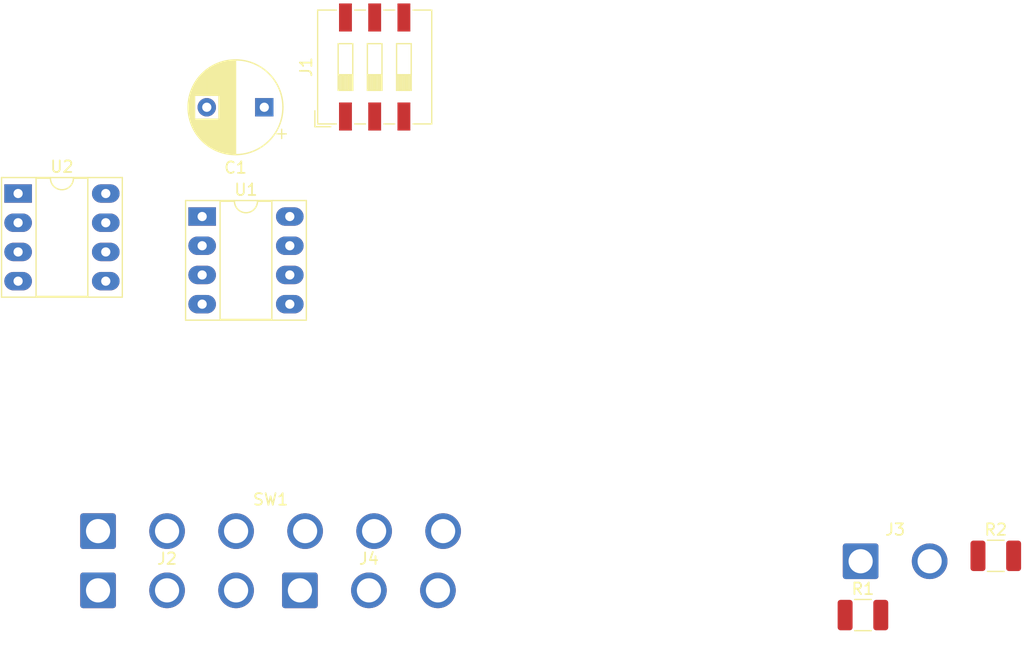
<source format=kicad_pcb>
(kicad_pcb (version 20211014) (generator pcbnew)
  (layers (0 "F.Cu" signal) (31 "B.Cu" signal) (34 "B.Paste" user) (35 "F.Paste" user) (36 "B.SilkS" user "B.Silkscreen") (37 "F.SilkS" user "F.Silkscreen") (38 "B.Mask" user) (39 "F.Mask" user) (44 "Edge.Cuts" user))
  (net 0 "")
  (net 1 "GND")
  (net 2 "+5V")
  (net 3 "/hand_bldc")
  (net 4 "Net-(J2-Pad3)")
  (net 5 "Net-(J3-Pad1)")
  (net 6 "/uart_tx")
  (net 7 "/hall_pulse_5v")
  (net 8 "Net-(SW1-Pad1)")
  (net 10 "/MISO")
  (net 11 "/SCK")
  (net 12 "/RST")
  (net 13 "/MOSI")
  (net 14 "/avr_vcc")
  (footprint "Resistor_SMD:R_1210_3225Metric_Pad1.30x2.65mm_HandSolder" (layer "F.Cu") (at 199.45 166.15)
    (fp_text reference "R1" (at 0 -2.28) (layer "F.SilkS"))
    (fp_text value "4k7")
    (fp_line (start -0.723737 1.355) (end 0.723737 1.355) (layer "F.SilkS") (width 0.12))
    (fp_line (start -0.723737 -1.355) (end 0.723737 -1.355) (layer "F.SilkS") (width 0.12))
    (pad "1" smd roundrect (at -1.55 0) (size 1.3 2.65) (layers "F.Cu" "F.Paste" "F.Mask") (roundrect_rratio 0.192308) (net 12 "/RST"))
    (pad "2" smd roundrect (at 1.55 0) (size 1.3 2.65) (layers "F.Cu" "F.Paste" "F.Mask") (roundrect_rratio 0.192308) (net 14 "/avr_vcc"))
  )
  (footprint "Button_Switch_SMD:SW_DIP_SPSTx03_Slide_9.78x9.8mm_W8.61mm_P2.54mm" (layer "F.Cu") (at 157 118.5 90)
    (fp_text reference "J1" (at 0 -5.96 90) (layer "F.SilkS"))
    (fp_text value "AVR-ISP-6")
    (fp_line (start -4.95 -4.96) (end -4.95 -3.34) (layer "F.SilkS") (width 0.12))
    (fp_line (start -2.03 -0.395) (end -0.676667 -0.395) (layer "F.SilkS") (width 0.12))
    (fp_line (start -2.03 -0.635) (end -2.03 0.635) (layer "F.SilkS") (width 0.12))
    (fp_line (start 2.03 0.635) (end 2.03 -0.635) (layer "F.SilkS") (width 0.12))
    (fp_line (start -2.03 2.385) (end -0.676667 2.385) (layer "F.SilkS") (width 0.12))
    (fp_line (start 2.03 -1.905) (end 2.03 -3.175) (layer "F.SilkS") (width 0.12))
    (fp_line (start 2.03 3.175) (end 2.03 1.905) (layer "F.SilkS") (width 0.12))
    (fp_line (start -2.03 -3.175) (end -2.03 -1.905) (layer "F.SilkS") (width 0.12))
    (fp_line (start -5.19 -5.2) (end -3.806 -5.2) (layer "F.SilkS") (width 0.12))
    (fp_line (start -2.03 2.145) (end -0.676667 2.145) (layer "F.SilkS") (width 0.12))
    (fp_line (start 4.95 3.34) (end 4.95 4.96) (layer "F.SilkS") (width 0.12))
    (fp_line (start -2.03 -2.815) (end -0.676667 -2.815) (layer "F.SilkS") (width 0.12))
    (fp_line (start -2.03 -2.095) (end -0.676667 -2.095) (layer "F.SilkS") (width 0.12))
    (fp_line (start -2.03 -0.035) (end -0.676667 -0.035) (layer "F.SilkS") (width 0.12))
    (fp_line (start -2.03 -2.935) (end -0.676667 -2.935) (layer "F.SilkS") (width 0.12))
    (fp_line (start -2.03 0.445) (end -0.676667 0.445) (layer "F.SilkS") (width 0.12))
    (fp_line (start -2.03 -2.335) (end -0.676667 -2.335) (layer "F.SilkS") (width 0.12))
    (fp_line (start -2.03 -2.575) (end -0.676667 -2.575) (layer "F.SilkS") (width 0.12))
    (fp_line (start -2.03 2.865) (end -0.676667 2.865) (layer "F.SilkS") (width 0.12))
    (fp_line (start -2.03 2.025) (end -0.676667 2.025) (layer "F.SilkS") (width 0.12))
    (fp_line (start -0.676667 1.905) (end -0.676667 3.175) (layer "F.SilkS") (width 0.12))
    (fp_line (start -2.03 0.325) (end -0.676667 0.325) (layer "F.SilkS") (width 0.12))
    (fp_line (start -2.03 -2.455) (end -0.676667 -2.455) (layer "F.SilkS") (width 0.12))
    (fp_line (start -4.95 -1.74) (end -4.95 -0.8) (layer "F.SilkS") (width 0.12))
    (fp_line (start -2.03 2.265) (end -0.676667 2.265) (layer "F.SilkS") (width 0.12))
    (fp_line (start -4.95 4.96) (end 4.95 4.96) (layer "F.SilkS") (width 0.12))
    (fp_line (start -4.95 0.8) (end -4.95 1.74) (layer "F.SilkS") (width 0.12))
    (fp_line (start -2.03 2.745) (end -0.676667 2.745) (layer "F.SilkS") (width 0.12))
    (fp_line (start -0.676667 -0.635) (end -0.676667 0.635) (layer "F.SilkS") (width 0.12))
    (fp_line (start -2.03 -0.155) (end -0.676667 -0.155) (layer "F.SilkS") (width 0.12))
    (fp_line (start 2.03 -3.175) (end -2.03 -3.175) (layer "F.SilkS") (width 0.12))
    (fp_line (start -5.19 -5.2) (end -5.19 -3.817) (layer "F.SilkS") (width 0.12))
    (fp_line (start -0.676667 -3.175) (end -0.676667 -1.905) (layer "F.SilkS") (width 0.12))
    (fp_line (start -2.03 0.565) (end -0.676667 0.565) (layer "F.SilkS") (width 0.12))
    (fp_line (start 4.95 -4.96) (end 4.95 -3.34) (layer "F.SilkS") (width 0.12))
    (fp_line (start -2.03 0.085) (end -0.676667 0.085) (layer "F.SilkS") (width 0.12))
    (fp_line (start -2.03 -3.055) (end -0.676667 -3.055) (layer "F.SilkS") (width 0.12))
    (fp_line (start 4.95 -1.74) (end 4.95 -0.8) (layer "F.SilkS") (width 0.12))
    (fp_line (start -2.03 -1.975) (end -0.676667 -1.975) (layer "F.SilkS") (width 0.12))
    (fp_line (start -2.03 -0.515) (end -0.676667 -0.515) (layer "F.SilkS") (width 0.12))
    (fp_line (start -4.95 3.34) (end -4.95 4.96) (layer "F.SilkS") (width 0.12))
    (fp_line (start -4.95 -4.96) (end 4.95 -4.96) (layer "F.SilkS") (width 0.12))
    (fp_line (start -2.03 0.205) (end -0.676667 0.205) (layer "F.SilkS") (width 0.12))
    (fp_line (start -2.03 1.905) (end -2.03 3.175) (layer "F.SilkS") (width 0.12))
    (fp_line (start -2.03 -2.695) (end -0.676667 -2.695) (layer "F.SilkS") (width 0.12))
    (fp_line (start -2.03 2.505) (end -0.676667 2.505) (layer "F.SilkS") (width 0.12))
    (fp_line (start -2.03 3.175) (end 2.03 3.175) (layer "F.SilkS") (width 0.12))
    (fp_line (start 4.95 0.8) (end 4.95 1.74) (layer "F.SilkS") (width 0.12))
    (fp_line (start -2.03 -2.215) (end -0.676667 -2.215) (layer "F.SilkS") (width 0.12))
    (fp_line (start -2.03 0.635) (end 2.03 0.635) (layer "F.SilkS") (width 0.12))
    (fp_line (start -2.03 -1.905) (end 2.03 -1.905) (layer "F.SilkS") (width 0.12))
    (fp_line (start -2.03 3.105) (end -0.676667 3.105) (layer "F.SilkS") (width 0.12))
    (fp_line (start 2.03 -0.635) (end -2.03 -0.635) (layer "F.SilkS") (width 0.12))
    (fp_line (start 2.03 1.905) (end -2.03 1.905) (layer "F.SilkS") (width 0.12))
    (fp_line (start -2.03 2.625) (end -0.676667 2.625) (layer "F.SilkS") (width 0.12))
    (fp_line (start -2.03 2.985) (end -0.676667 2.985) (layer "F.SilkS") (width 0.12))
    (fp_line (start -2.03 -0.275) (end -0.676667 -0.275) (layer "F.SilkS") (width 0.12))
    (pad "1" smd rect (at -4.305 -2.54 90) (size 2.44 1.12) (layers "F.Cu" "F.Paste" "F.Mask") (net 10 "/MISO"))
    (pad "2" smd rect (at 4.305 -2.54 90) (size 2.44 1.12) (layers "F.Cu" "F.Paste" "F.Mask") (net 2 "+5V"))
    (pad "3" smd rect (at -4.305 0 90) (size 2.44 1.12) (layers "F.Cu" "F.Paste" "F.Mask") (net 11 "/SCK"))
    (pad "4" smd rect (at 4.305 0 90) (size 2.44 1.12) (layers "F.Cu" "F.Paste" "F.Mask") (net 13 "/MOSI"))
    (pad "5" smd rect (at -4.305 2.54 90) (size 2.44 1.12) (layers "F.Cu" "F.Paste" "F.Mask") (net 12 "/RST"))
    (pad "6" smd rect (at 4.305 2.54 90) (size 2.44 1.12) (layers "F.Cu" "F.Paste" "F.Mask") (net 1 "GND"))
  )
  (footprint "Connector_Wire:SolderWire-1.5sqmm_1x02_P6mm_D1.7mm_OD3mm" (layer "F.Cu") (at 199.25 161.47)
    (fp_text reference "J3" (at 3 -2.75) (layer "F.SilkS"))
    (fp_text value "Conn_01x02")
    (pad "1" thru_hole roundrect (at 0 0) (size 3.1 3.1) (drill 2.1) (layers *.Cu *.Mask) (roundrect_rratio 0.080645) (net 5 "Net-(J3-Pad1)"))
    (pad "2" thru_hole circle (at 6 0) (size 3.1 3.1) (drill 2.1) (layers *.Cu *.Mask) (net 6 "/uart_tx"))
  )
  (footprint "Package_DIP:DIP-8_W7.62mm_Socket_LongPads" (layer "F.Cu") (at 142 131.5)
    (fp_text reference "U1" (at 3.81 -2.33) (layer "F.SilkS"))
    (fp_text value "ATtiny13-20P")
    (fp_line (start 9.06 9.01) (end 9.06 -1.39) (layer "F.SilkS") (width 0.12))
    (fp_line (start 1.56 -1.33) (end 1.56 8.95) (layer "F.SilkS") (width 0.12))
    (fp_line (start -1.44 9.01) (end 9.06 9.01) (layer "F.SilkS") (width 0.12))
    (fp_line (start 9.06 -1.39) (end -1.44 -1.39) (layer "F.SilkS") (width 0.12))
    (fp_line (start 6.06 -1.33) (end 4.81 -1.33) (layer "F.SilkS") (width 0.12))
    (fp_line (start -1.44 -1.39) (end -1.44 9.01) (layer "F.SilkS") (width 0.12))
    (fp_line (start 6.06 8.95) (end 6.06 -1.33) (layer "F.SilkS") (width 0.12))
    (fp_line (start 2.81 -1.33) (end 1.56 -1.33) (layer "F.SilkS") (width 0.12))
    (fp_line (start 1.56 8.95) (end 6.06 8.95) (layer "F.SilkS") (width 0.12))
    (fp_arc (start 4.81 -1.33) (mid 3.81 -0.33) (end 2.81 -1.33) (layer "F.SilkS") (width 0.12))
    (pad "1" thru_hole rect (at 0 0) (size 2.4 1.6) (drill 0.8) (layers *.Cu *.Mask) (net 12 "/RST"))
    (pad "2" thru_hole oval (at 0 2.54) (size 2.4 1.6) (drill 0.8) (layers *.Cu *.Mask) (net 7 "/hall_pulse_5v"))
    (pad "3" thru_hole oval (at 0 5.08) (size 2.4 1.6) (drill 0.8) (layers *.Cu *.Mask) (net 6 "/uart_tx"))
    (pad "4" thru_hole oval (at 0 7.62) (size 2.4 1.6) (drill 0.8) (layers *.Cu *.Mask) (net 1 "GND"))
    (pad "5" thru_hole oval (at 7.62 7.62) (size 2.4 1.6) (drill 0.8) (layers *.Cu *.Mask) (net 13 "/MOSI"))
    (pad "6" thru_hole oval (at 7.62 5.08) (size 2.4 1.6) (drill 0.8) (layers *.Cu *.Mask) (net 10 "/MISO"))
    (pad "7" thru_hole oval (at 7.62 2.54) (size 2.4 1.6) (drill 0.8) (layers *.Cu *.Mask) (net 11 "/SCK"))
    (pad "8" thru_hole oval (at 7.62 0) (size 2.4 1.6) (drill 0.8) (layers *.Cu *.Mask) (net 14 "/avr_vcc"))
  )
  (footprint "Connector_Wire:SolderWire-1.5sqmm_1x03_P6mm_D1.7mm_OD3mm" (layer "F.Cu") (at 132.95 164)
    (fp_text reference "J2" (at 6 -2.75) (layer "F.SilkS"))
    (fp_text value "Conn_throttle")
    (pad "1" thru_hole roundrect (at 0 0) (size 3.1 3.1) (drill 2.1) (layers *.Cu *.Mask) (roundrect_rratio 0.080645) (net 1 "GND"))
    (pad "2" thru_hole circle (at 6 0) (size 3.1 3.1) (drill 2.1) (layers *.Cu *.Mask) (net 3 "/hand_bldc"))
    (pad "3" thru_hole circle (at 12 0) (size 3.1 3.1) (drill 2.1) (layers *.Cu *.Mask) (net 4 "Net-(J2-Pad3)"))
  )
  (footprint "Connector_Wire:SolderWire-1.5sqmm_1x06_P6mm_D1.7mm_OD3mm" (layer "F.Cu") (at 132.95 158.85)
    (fp_text reference "SW1" (at 15 -2.75) (layer "F.SilkS"))
    (fp_text value "SW_DPDT_x2")
    (pad "1" thru_hole roundrect (at 0 0) (size 3.1 3.1) (drill 2.1) (layers *.Cu *.Mask) (roundrect_rratio 0.080645) (net 8 "Net-(SW1-Pad1)"))
    (pad "2" thru_hole circle (at 6 0) (size 3.1 3.1) (drill 2.1) (layers *.Cu *.Mask) (net 4 "Net-(J2-Pad3)"))
    (pad "3" thru_hole circle (at 12 0) (size 3.1 3.1) (drill 2.1) (layers *.Cu *.Mask) (net 14 "/avr_vcc"))
    (pad "4" thru_hole circle (at 18 0) (size 3.1 3.1) (drill 2.1) (layers *.Cu *.Mask) (net 14 "/avr_vcc"))
    (pad "5" thru_hole circle (at 24 0) (size 3.1 3.1) (drill 2.1) (layers *.Cu *.Mask) (net 2 "+5V"))
    (pad "6" thru_hole circle (at 30 0) (size 3.1 3.1) (drill 2.1) (layers *.Cu *.Mask))
  )
  (footprint "Resistor_SMD:R_1210_3225Metric_Pad1.30x2.65mm_HandSolder" (layer "F.Cu") (at 211 161)
    (fp_text reference "R2" (at 0 -2.28) (layer "F.SilkS"))
    (fp_text value "1k")
    (fp_line (start -0.723737 1.355) (end 0.723737 1.355) (layer "F.SilkS") (width 0.12))
    (fp_line (start -0.723737 -1.355) (end 0.723737 -1.355) (layer "F.SilkS") (width 0.12))
    (pad "1" smd roundrect (at -1.55 0) (size 1.3 2.65) (layers "F.Cu" "F.Paste" "F.Mask") (roundrect_rratio 0.192308) (net 7 "/hall_pulse_5v"))
    (pad "2" smd roundrect (at 1.55 0) (size 1.3 2.65) (layers "F.Cu" "F.Paste" "F.Mask") (roundrect_rratio 0.192308) (net 5 "Net-(J3-Pad1)"))
  )
  (footprint "Connector_Wire:SolderWire-1.5sqmm_1x03_P6mm_D1.7mm_OD3mm" (layer "F.Cu") (at 150.5 164)
    (fp_text reference "J4" (at 6 -2.75) (layer "F.SilkS"))
    (fp_text value "Conn_bldc")
    (pad "1" thru_hole roundrect (at 0 0) (size 3.1 3.1) (drill 2.1) (layers *.Cu *.Mask) (roundrect_rratio 0.080645) (net 1 "GND"))
    (pad "2" thru_hole circle (at 6 0) (size 3.1 3.1) (drill 2.1) (layers *.Cu *.Mask) (net 3 "/hand_bldc"))
    (pad "3" thru_hole circle (at 12 0) (size 3.1 3.1) (drill 2.1) (layers *.Cu *.Mask) (net 2 "+5V"))
  )
  (footprint "Capacitor_THT:CP_Radial_D8.0mm_P5.00mm" (layer "F.Cu") (at 147.402651 122 180)
    (fp_text reference "C1" (at 2.5 -5.25) (layer "F.SilkS"))
    (fp_text value "1u")
    (fp_line (start 5.141 1.04) (end 5.141 3.124) (layer "F.SilkS") (width 0.12))
    (fp_line (start 4.421 -3.606) (end 4.421 -1.04) (layer "F.SilkS") (width 0.12))
    (fp_line (start 5.581 -2.697) (end 5.581 -1.04) (layer "F.SilkS") (width 0.12))
    (fp_line (start 5.861 1.04) (end 5.861 2.345) (layer "F.SilkS") (width 0.12))
    (fp_line (start 5.101 1.04) (end 5.101 3.156) (layer "F.SilkS") (width 0.12))
    (fp_line (start 3.1 -4.037) (end 3.1 4.037) (layer "F.SilkS") (width 0.12))
    (fp_line (start 3.14 -4.03) (end 3.14 4.03) (layer "F.SilkS") (width 0.12))
    (fp_line (start 4.221 1.04) (end 4.221 3.704) (layer "F.SilkS") (width 0.12))
    (fp_line (start 5.821 -2.4) (end 5.821 -1.04) (layer "F.SilkS") (width 0.12))
    (fp_line (start 4.461 -3.584) (end 4.461 -1.04) (layer "F.SilkS") (width 0.12))
    (fp_line (start 5.701 -2.556) (end 5.701 -1.04) (layer "F.SilkS") (width 0.12))
    (fp_line (start 5.381 -2.907) (end 5.381 -1.04) (layer "F.SilkS") (width 0.12))
    (fp_line (start 5.541 -2.741) (end 5.541 -1.04) (layer "F.SilkS") (width 0.12))
    (fp_line (start 4.541 -3.54) (end 4.541 -1.04) (layer "F.SilkS") (width 0.12))
    (fp_line (start 5.901 -2.287) (end 5.901 -1.04) (layer "F.SilkS") (width 0.12))
    (fp_line (start 5.781 1.04) (end 5.781 2.454) (layer "F.SilkS") (width 0.12))
    (fp_line (start 5.941 -2.228) (end 5.941 -1.04) (layer "F.SilkS") (width 0.12))
    (fp_line (start 4.981 -3.25) (end 4.981 -1.04) (layer "F.SilkS") (width 0.12))
    (fp_line (start 5.461 -2.826) (end 5.461 -1.04) (layer "F.SilkS") (width 0.12))
    (fp_line (start 4.901 -3.309) (end 4.901 -1.04) (layer "F.SilkS") (width 0.12))
    (fp_line (start 2.5 -4.08) (end 2.5 4.08) (layer "F.SilkS") (width 0.12))
    (fp_line (start 3.541 -3.947) (end 3.541 3.947) (layer "F.SilkS") (width 0.12))
    (fp_line (start 6.301 -1.552) (end 6.301 1.552) (layer "F.SilkS") (width 0.12))
    (fp_line (start 5.501 1.04) (end 5.501 2.784) (layer "F.SilkS") (width 0.12))
    (fp_line (start 5.181 1.04) (end 5.181 3.09) (layer "F.SilkS") (width 0.12))
    (fp_line (start 3.301 -4.002) (end 3.301 4.002) (layer "F.SilkS") (width 0.12))
    (fp_line (start 2.98 -4.052) (end 2.98 4.052) (layer "F.SilkS") (width 0.12))
    (fp_line (start 6.221 -1.731) (end 6.221 1.731) (layer "F.SilkS") (width 0.12))
    (fp_line (start 6.141 -1.89) (end 6.141 1.89) (layer "F.SilkS") (width 0.12))
    (fp_line (start 2.94 -4.057) (end 2.94 4.057) (layer "F.SilkS") (width 0.12))
    (fp_line (start 4.261 1.04) (end 4.261 3.686) (layer "F.SilkS") (width 0.12))
    (fp_line (start 6.021 1.04) (end 6.021 2.102) (layer "F.SilkS") (width 0.12))
    (fp_line (start 2.58 -4.08) (end 2.58 4.08) (layer "F.SilkS") (width 0.12))
    (fp_line (start 4.501 -3.562) (end 4.501 -1.04) (layer "F.SilkS") (width 0.12))
    (fp_line (start 2.54 -4.08) (end 2.54 4.08) (layer "F.SilkS") (width 0.12))
    (fp_line (start 5.741 -2.505) (end 5.741 -1.04) (layer "F.SilkS") (width 0.12))
    (fp_line (start 5.301 1.04) (end 5.301 2.983) (layer "F.SilkS") (width 0.12))
    (fp_line (start 4.221 -3.704) (end 4.221 -1.04) (layer "F.SilkS") (width 0.12))
    (fp_line (start 4.421 1.04) (end 4.421 3.606) (layer "F.SilkS") (width 0.12))
    (fp_line (start 5.621 1.04) (end 5.621 2.651) (layer "F.SilkS") (width 0.12))
    (fp_line (start 5.621 -2.651) (end 5.621 -1.04) (layer "F.SilkS") (width 0.12))
    (fp_line (start 5.461 1.04) (end 5.461 2.826) (layer "F.SilkS") (width 0.12))
    (fp_line (start 5.141 -3.124) (end 5.141 -1.04) (layer "F.SilkS") (width 0.12))
    (fp_line (start 5.661 -2.604) (end 5.661 -1.04) (layer "F.SilkS") (width 0.12))
    (fp_line (start 3.461 -3.967) (end 3.461 3.967) (layer "F.SilkS") (width 0.12))
    (fp_line (start 6.261 -1.645) (end 6.261 1.645) (layer "F.SilkS") (width 0.12))
    (fp_line (start 3.701 -3.902) (end 3.701 3.902) (layer "F.SilkS") (width 0.12))
    (fp_line (start 4.941 1.04) (end 4.941 3.28) (layer "F.SilkS") (width 0.12))
    (fp_line (start 5.501 -2.784) (end 5.501 -1.04) (layer "F.SilkS") (width 0.12))
    (fp_line (start 4.621 -3.493) (end 4.621 -1.04) (layer "F.SilkS") (width 0.12))
    (fp_line (start 4.061 1.04) (end 4.061 3.774) (layer "F.SilkS") (width 0.12))
    (fp_line (start 4.901 1.04) (end 4.901 3.309) (layer "F.SilkS") (width 0.12))
    (fp_line (start 4.141 -3.74) (end 4.141 -1.04) (layer "F.SilkS") (width 0.12))
    (fp_line (start 5.581 1.04) (end 5.581 2.697) (layer "F.SilkS") (width 0.12))
    (fp_line (start 5.661 1.04) (end 5.661 2.604) (layer "F.SilkS") (width 0.12))
    (fp_line (start 4.741 -3.418) (end 4.741 -1.04) (layer "F.SilkS") (width 0.12))
    (fp_line (start 3.621 -3.925) (end 3.621 3.925) (layer "F.SilkS") (width 0.12))
    (fp_line (start 4.381 1.04) (end 4.381 3.627) (layer "F.SilkS") (width 0.12))
    (fp_line (start 2.7 -4.076) (end 2.7 4.076) (layer "F.SilkS") (width 0.12))
    (fp_line (start 4.101 -3.757) (end 4.101 -1.04) (layer "F.SilkS") (width 0.12))
    (fp_line (start 4.941 -3.28) (end 4.941 -1.04) (layer "F.SilkS") (width 0.12))
    (fp_line (start 4.981 1.04) (end 4.981 3.25) (layer "F.SilkS") (width 0.12))
    (fp_line (start 4.061 -3.774) (end 4.061 -1.04) (layer "F.SilkS") (width 0.12))
    (fp_line (start 6.101 -1.964) (end 6.101 1.964) (layer "F.SilkS") (width 0.12))
    (fp_line (start 3.341 -3.994) (end 3.341 3.994) (layer "F.SilkS") (width 0.12))
    (fp_line (start 5.981 1.04) (end 5.981 2.166) (layer "F.SilkS") (width 0.12))
    (fp_line (start 4.021 1.04) (end 4.021 3.79) (layer "F.SilkS") (width 0.12))
    (fp_line (start 6.061 -2.034) (end 6.061 2.034) (layer "F.SilkS") (width 0.12))
    (fp_line (start 4.781 -3.392) (end 4.781 -1.04) (layer "F.SilkS") (width 0.12))
    (fp_line (start 3.261 -4.01) (end 3.261 4.01) (layer "F.SilkS") (width 0.12))
    (fp_line (start 5.221 1.04) (end 5.221 3.055) (layer "F.SilkS") (width 0.12))
    (fp_line (start 5.341 1.04) (end 5.341 2.945) (layer "F.SilkS") (width 0.12))
    (fp_line (start 2.78 -4.071) (end 2.78 4.071) (layer "F.SilkS") (width 0.12))
    (fp_line (start 5.061 -3.189) (end 5.061 -1.04) (layer "F.SilkS") (width 0.12))
    (fp_line (start 4.581 -3.517) (end 4.581 -1.04) (layer "F.SilkS") (width 0.12))
    (fp_line (start 5.221 -3.055) (end 5.221 -1.04) (layer "F.SilkS") (width 0.12))
    (fp_line (start 6.541 -0.768) (end 6.541 0.768) (layer "F.SilkS") (width 0.12))
    (fp_line (start 3.981 -3.805) (end 3.981 -1.04) (layer "F.SilkS") (width 0.12))
    (fp_line (start 6.421 -1.229) (end 6.421 1.229) (layer "F.SilkS") (width 0.12))
    (fp_line (start 4.581 1.04) (end 4.581 3.517) (layer "F.SilkS") (width 0.12))
    (fp_line (start 3.741 -3.889) (end 3.741 3.889) (layer "F.SilkS") (width 0.12))
    (fp_line (start 3.02 -4.048) (end 3.02 4.048) (layer "F.SilkS") (width 0.12))
    (fp_line (start 3.221 -4.017) (end 3.221 4.017) (layer "F.SilkS") (width 0.12))
    (fp_line (start 4.461 1.04) (end 4.461 3.584) (layer "F.SilkS") (width 0.12))
    (fp_line (start 4.341 -3.647) (end 4.341 -1.04) (layer "F.SilkS") (width 0.12))
    (fp_line (start 6.581 -0.533) (end 6.581 0.533) (layer "F.SilkS") (width 0.12))
    (fp_line (start 3.901 -3.835) (end 3.901 3.835) (layer "F.SilkS") (width 0.12))
    (fp_line (start 5.021 1.04) (end 5.021 3.22) (layer "F.SilkS") (width 0.12))
    (fp_line (start 5.261 1.04) (end 5.261 3.019) (layer "F.SilkS") (width 0.12))
    (fp_line (start 5.261 -3.019) (end 5.261 -1.04) (layer "F.SilkS") (width 0.12))
    (fp_line (start 4.821 1.04) (end 4.821 3.365) (layer "F.SilkS") (width 0.12))
    (fp_line (start 4.621 1.04) (end 4.621 3.493) (layer "F.SilkS") (width 0.12))
    (fp_line (start -1.509698 -2.715) (end -1.509698 -1.915) (layer "F.SilkS") (width 0.12))
    (fp_line (start 4.181 1.04) (end 4.181 3.722) (layer "F.SilkS") (width 0.12))
    (fp_line (start 5.901 1.04) (end 5.901 2.287) (layer "F.SilkS") (width 0.12))
    (fp_line (start 3.861 -3.85) (end 3.861 3.85) (layer "F.SilkS") (width 0.12))
    (fp_line (start 4.501 1.04) (end 4.501 3.562) (layer "F.SilkS") (width 0.12))
    (fp_line (start 5.981 -2.166) (end 5.981 -1.04) (layer "F.SilkS") (width 0.12))
    (fp_line (start -1.909698 -2.315) (end -1.109698 -2.315) (layer "F.SilkS") (width 0.12))
    (fp_line (start 4.541 1.04) (end 4.541 3.54) (layer "F.SilkS") (width 0.12))
    (fp_line (start 5.541 1.04) (end 5.541 2.741) (layer "F.SilkS") (width 0.12))
    (fp_line (start 6.021 -2.102) (end 6.021 -1.04) (layer "F.SilkS") (width 0.12))
    (fp_line (start 5.941 1.04) (end 5.941 2.228) (layer "F.SilkS") (width 0.12))
    (fp_line (start 6.341 -1.453) (end 6.341 1.453) (layer "F.SilkS") (width 0.12))
    (fp_line (start 6.461 -1.098) (end 6.461 1.098) (layer "F.SilkS") (width 0.12))
    (fp_line (start 4.021 -3.79) (end 4.021 -1.04) (layer "F.SilkS") (width 0.12))
    (fp_line (start 4.301 -3.666) (end 4.301 -1.04) (layer "F.SilkS") (width 0.12))
    (fp_line (start 5.181 -3.09) (end 5.181 -1.04) (layer "F.SilkS") (width 0.12))
    (fp_line (start 4.101 1.04) (end 4.101 3.757) (layer "F.SilkS") (width 0.12))
    (fp_line (start 5.701 1.04) (end 5.701 2.556) (layer "F.SilkS") (width 0.12))
    (fp_line (start 3.981 1.04) (end 3.981 3.805) (layer "F.SilkS") (width 0.12))
    (fp_line (start 5.381 1.04) (end 5.381 2.907) (layer "F.SilkS") (width 0.12))
    (fp_line (start 4.861 1.04) (end 4.861 3.338) (layer "F.SilkS") (width 0.12))
    (fp_line (start 2.62 -4.079) (end 2.62 4.079) (layer "F.SilkS") (width 0.12))
    (fp_line (start 6.501 -0.948) (end 6.501 0.948) (layer "F.SilkS") (width 0.12))
    (fp_line (start 4.661 1.04) (end 4.661 3.469) (layer "F.SilkS") (width 0.12))
    (fp_line (start 5.821 1.04) (end 5.821 2.4) (layer "F.SilkS") (width 0.12))
    (fp_line (start 3.821 -3.863) (end 3.821 3.863) (layer "F.SilkS") (width 0.12))
    (fp_line (start 3.421 -3.976) (end 3.421 3.976) (layer "F.SilkS") (width 0.12))
    (fp_line (start 4.821 -3.365) (end 4.821 -1.04) (layer "F.SilkS") (width 0.12))
    (fp_line (start 6.181 -1.813) (end 6.181 1.813) (layer "F.SilkS") (width 0.12))
    (fp_line (start 3.661 -3.914) (end 3.661 3.914) (layer "F.SilkS") (width 0.12))
    (fp_line (start 5.061 1.04) (end 5.061 3.189) (layer "F.SilkS") (width 0.12))
    (fp_line (start 3.381 -3.985) (end 3.381 3.985) (layer "F.SilkS") (width 0.12))
    (fp_line (start 4.181 -3.722) (end 4.181 -1.04) (layer "F.SilkS") (width 0.12))
    (fp_line (start 5.781 -2.454) (end 5.781 -1.04) (layer "F.SilkS") (width 0.12))
    (fp_line (start 4.701 -3.444) (end 4.701 -1.04) (layer "F.SilkS") (width 0.12))
    (fp_line (start 5.421 1.04) (end 5.421 2.867) (layer "F.SilkS") (width 0.12))
    (fp_line (start 6.381 -1.346) (end 6.381 1.346) (layer "F.SilkS") (width 0.12))
    (fp_line (start 3.781 -3.877) (end 3.781 3.877) (layer "F.SilkS") (width 0.12))
    (fp_line (start 4.741 1.04) (end 4.741 3.418) (layer "F.SilkS") (width 0.12))
    (fp_line (start 4.341 1.04) (end 4.341 3.647) (layer "F.SilkS") (width 0.12))
    (fp_line (start 2.86 -4.065) (end 2.86 4.065) (layer "F.SilkS") (width 0.12))
    (fp_line (start 5.421 -2.867) (end 5.421 -1.04) (layer "F.SilkS") (width 0.12))
    (fp_line (start 4.701 1.04) (end 4.701 3.444) (layer "F.SilkS") (width 0.12))
    (fp_line (start 4.861 -3.338) (end 4.861 -1.04) (layer "F.SilkS") (width 0.12))
    (fp_line (start 4.381 -3.627) (end 4.381 -1.04) (layer "F.SilkS") (width 0.12))
    (fp_line (start 5.021 -3.22) (end 5.021 -1.04) (layer "F.SilkS") (width 0.12))
    (fp_line (start 2.74 -4.074) (end 2.74 4.074) (layer "F.SilkS") (width 0.12))
    (fp_line (start 2.82 -4.068) (end 2.82 4.068) (layer "F.SilkS") (width 0.12))
    (fp_line (start 3.501 -3.957) (end 3.501 3.957) (layer "F.SilkS") (width 0.12))
    (fp_line (start 5.301 -2.983) (end 5.301 -1.04) (layer "F.SilkS") (width 0.12))
    (fp_line (start 4.141 1.04) (end 4.141 3.74) (layer "F.SilkS") (width 0.12))
    (fp_line (start 3.941 -3.821) (end 3.941 3.821) (layer "F.SilkS") (width 0.12))
    (fp_line (start 5.101 -3.156) (end 5.101 -1.04) (layer "F.SilkS") (width 0.12))
    (fp_line (start 2.66 -4.077) (end 2.66 4.077) (layer "F.SilkS") (width 0.12))
    (fp_line (start 3.18 -4.024) (end 3.18 4.024) (layer "F.SilkS") (width 0.12))
    (fp_line (start 4.301 1.04) (end 4.301 3.666) (layer "F.SilkS") (width 0.12))
    (fp_line (start 4.261 -3.686) (end 4.261 -1.04) (layer "F.SilkS") (width 0.12))
    (fp_line (start 5.341 -2.945) (end 5.341 -1.04) (layer "F.SilkS") (width 0.12))
    (fp_line (start 4.781 1.04) (end 4.781 3.392) (layer "F.SilkS") (width 0.12))
    (fp_line (start 5.741 1.04) (end 5.741 2.505) (layer "F.SilkS") (width 0.12))
    (fp_line (start 3.06 -4.042) (end 3.06 4.042) (layer "F.SilkS") (width 0.12))
    (fp_line (start 3.581 -3.936) (end 3.581 3.936) (layer "F.SilkS") (width 0.12))
    (fp_line (start 5.861 -2.345) (end 5.861 -1.04) (layer "F.SilkS") (width 0.12))
    (fp_line (start 2.9 -4.061) (end 2.9 4.061) (layer "F.SilkS") (width 0.12))
    (fp_line (start 4.661 -3.469) (end 4.661 -1.04) (layer "F.SilkS") (width 0.12))
    (fp_circle (center 2.5 0) (end 6.62 0) (layer "F.SilkS") (width 0.12) (fill none))
    (pad "1" thru_hole rect (at 0 0 180) (size 1.6 1.6) (drill 0.8) (layers *.Cu *.Mask) (net 14 "/avr_vcc"))
    (pad "2" thru_hole circle (at 5 0 180) (size 1.6 1.6) (drill 0.8) (layers *.Cu *.Mask) (net 1 "GND"))
  )
  (footprint "Package_DIP:DIP-8_W7.62mm_Socket_LongPads" (layer "F.Cu") (at 126 129.5)
    (fp_text reference "U2" (at 3.81 -2.33) (layer "F.SilkS"))
    (fp_text value "MCP41010")
    (fp_line (start 9.06 9.01) (end 9.06 -1.39) (layer "F.SilkS") (width 0.12))
    (fp_line (start 9.06 -1.39) (end -1.44 -1.39) (layer "F.SilkS") (width 0.12))
    (fp_line (start 6.06 -1.33) (end 4.81 -1.33) (layer "F.SilkS") (width 0.12))
    (fp_line (start 6.06 8.95) (end 6.06 -1.33) (layer "F.SilkS") (width 0.12))
    (fp_line (start -1.44 9.01) (end 9.06 9.01) (layer "F.SilkS") (width 0.12))
    (fp_line (start 1.56 8.95) (end 6.06 8.95) (layer "F.SilkS") (width 0.12))
    (fp_line (start 2.81 -1.33) (end 1.56 -1.33) (layer "F.SilkS") (width 0.12))
    (fp_line (start -1.44 -1.39) (end -1.44 9.01) (layer "F.SilkS") (width 0.12))
    (fp_line (start 1.56 -1.33) (end 1.56 8.95) (layer "F.SilkS") (width 0.12))
    (fp_arc (start 4.81 -1.33) (mid 3.81 -0.33) (end 2.81 -1.33) (layer "F.SilkS") (width 0.12))
    (pad "1" thru_hole rect (at 0 0) (size 2.4 1.6) (drill 0.8) (layers *.Cu *.Mask) (net 11 "/SCK"))
    (pad "2" thru_hole oval (at 0 2.54) (size 2.4 1.6) (drill 0.8) (layers *.Cu *.Mask) (net 10 "/MISO"))
    (pad "3" thru_hole oval (at 0 5.08) (size 2.4 1.6) (drill 0.8) (layers *.Cu *.Mask) (net 13 "/MOSI"))
    (pad "4" thru_hole oval (at 0 7.62) (size 2.4 1.6) (drill 0.8) (layers *.Cu *.Mask) (net 1 "GND"))
    (pad "5" thru_hole oval (at 7.62 7.62) (size 2.4 1.6) (drill 0.8) (layers *.Cu *.Mask) (net 14 "/avr_vcc"))
    (pad "6" thru_hole oval (at 7.62 5.08) (size 2.4 1.6) (drill 0.8) (layers *.Cu *.Mask) (net 8 "Net-(SW1-Pad1)"))
    (pad "7" thru_hole oval (at 7.62 2.54) (size 2.4 1.6) (drill 0.8) (layers *.Cu *.Mask) (net 1 "GND"))
    (pad "8" thru_hole oval (at 7.62 0) (size 2.4 1.6) (drill 0.8) (layers *.Cu *.Mask) (net 14 "/avr_vcc"))
  )
)
</source>
